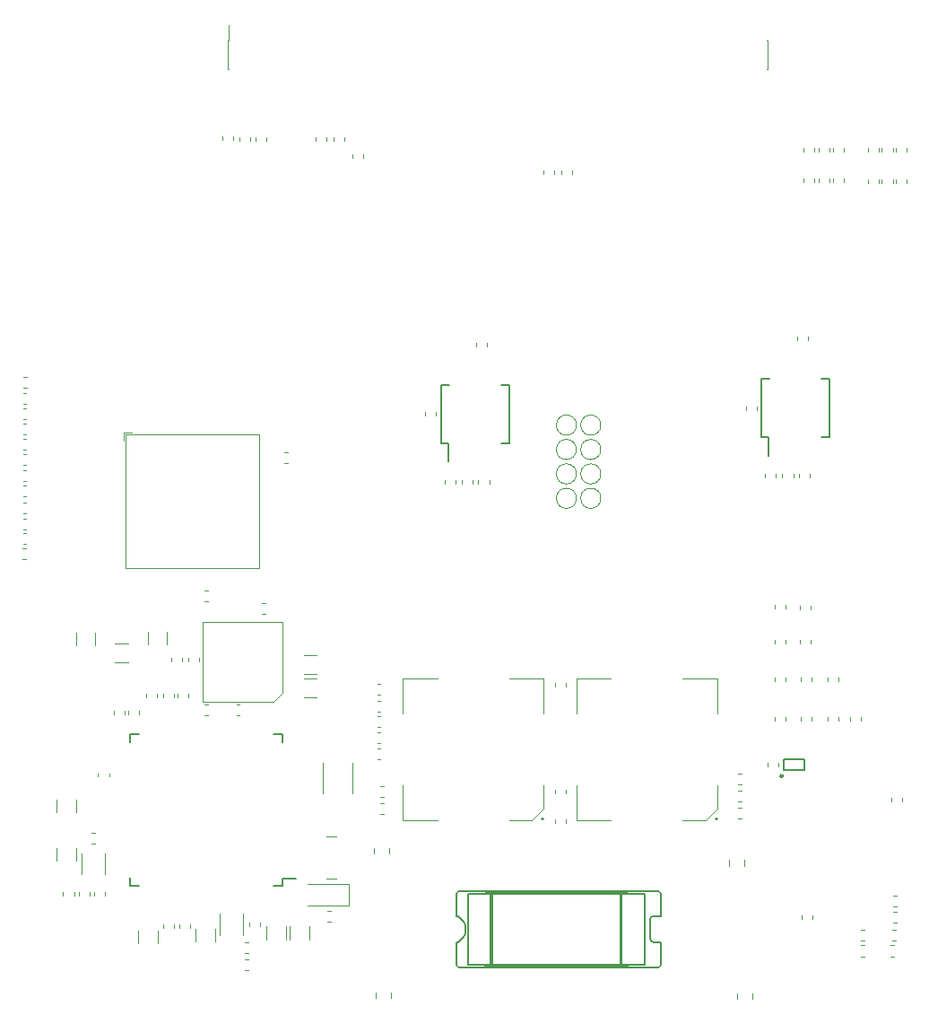
<source format=gbr>
G04 #@! TF.GenerationSoftware,KiCad,Pcbnew,5.0.2+dfsg1-1*
G04 #@! TF.CreationDate,2020-03-08T16:41:42+01:00*
G04 #@! TF.ProjectId,dlp_01,646c705f-3031-42e6-9b69-6361645f7063,rev?*
G04 #@! TF.SameCoordinates,Original*
G04 #@! TF.FileFunction,Legend,Top*
G04 #@! TF.FilePolarity,Positive*
%FSLAX46Y46*%
G04 Gerber Fmt 4.6, Leading zero omitted, Abs format (unit mm)*
G04 Created by KiCad (PCBNEW 5.0.2+dfsg1-1) date Sun 08 Mar 2020 16:41:42 CET*
%MOMM*%
%LPD*%
G01*
G04 APERTURE LIST*
%ADD10C,0.200000*%
%ADD11C,0.120000*%
%ADD12C,0.150000*%
%ADD13C,0.300000*%
G04 APERTURE END LIST*
D10*
G04 #@! TO.C,U7*
X160284400Y-137806400D02*
X148168400Y-137806400D01*
X160284400Y-144496400D02*
X148168400Y-144496400D01*
X160314400Y-137806400D02*
X160314400Y-144496400D01*
X160284400Y-144496400D02*
X160314400Y-144496400D01*
X148168400Y-137806400D02*
X148168400Y-144496400D01*
X164082200Y-137751400D02*
G75*
G02X163882200Y-137551400I0J200000D01*
G01*
X144832200Y-139901400D02*
X144973967Y-139901400D01*
X160414400Y-137806400D02*
X160414400Y-144496400D01*
X147511400Y-144496400D02*
X147511400Y-144571400D01*
X160314400Y-137806400D02*
X160284400Y-137806400D01*
X160971400Y-144571400D02*
X147511400Y-144571400D01*
X148068400Y-144496400D02*
X148068400Y-137806400D01*
X148068400Y-137806400D02*
X145932201Y-137806400D01*
X145932201Y-144496400D02*
X148068400Y-144496400D01*
X160284400Y-144496400D02*
X160284400Y-137806400D01*
X144973967Y-142401400D02*
X144832200Y-142401400D01*
X160971400Y-137806400D02*
X160971400Y-137731400D01*
X163882200Y-144751400D02*
G75*
G02X164082200Y-144551400I200000J0D01*
G01*
X164082200Y-139901400D02*
X164082200Y-137751400D01*
X162582199Y-137806400D02*
X160414400Y-137806400D01*
X163082200Y-140301400D02*
G75*
G02X163482200Y-139901400I400000J0D01*
G01*
X145515043Y-140442476D02*
G75*
G02X145632200Y-140725319I-282843J-282843D01*
G01*
X160971400Y-137731400D02*
X147511400Y-137731400D01*
X160414400Y-144496400D02*
X160314400Y-144496400D01*
X160971400Y-144571400D02*
X160971400Y-144496400D01*
X160414400Y-137806400D02*
X160314400Y-137806400D01*
X144832200Y-144551400D02*
X144832200Y-142401400D01*
X147511400Y-137806400D02*
X147511400Y-137731400D01*
X144973967Y-139901400D02*
X145515043Y-140442476D01*
X162582200Y-144496400D02*
X162582200Y-137806400D01*
X145932200Y-144496400D02*
X145932200Y-137806400D01*
X148168400Y-144496400D02*
X148068400Y-144496400D01*
X144832200Y-144551400D02*
G75*
G02X145032200Y-144751400I0J-200000D01*
G01*
X164082200Y-142401400D02*
X163482200Y-142401400D01*
X163882200Y-137551400D02*
X145032200Y-137551400D01*
X145032200Y-137551400D02*
G75*
G02X144832200Y-137751400I-200000J0D01*
G01*
X163082200Y-142001400D02*
X163082200Y-140301400D01*
X145632200Y-141577481D02*
G75*
G02X145515043Y-141860324I-400000J0D01*
G01*
X164082200Y-144551400D02*
X164082200Y-142401400D01*
X145515043Y-141860324D02*
X144973967Y-142401400D01*
X160414400Y-144496400D02*
X162582199Y-144496400D01*
X163882200Y-144751400D02*
X145032200Y-144751400D01*
X148168400Y-137806400D02*
X148068400Y-137806400D01*
X144832200Y-139901400D02*
X144832200Y-137751400D01*
X163482200Y-139901400D02*
X164082200Y-139901400D01*
X145632200Y-140725319D02*
X145632200Y-141577481D01*
X163482200Y-142401401D02*
G75*
G02X163082199Y-142001400I0J400001D01*
G01*
D11*
G04 #@! TO.C,R75*
X104215645Y-90570796D02*
X103890087Y-90570796D01*
X104215645Y-91590796D02*
X103890087Y-91590796D01*
G04 #@! TO.C,R76*
X104262779Y-89090000D02*
X103937221Y-89090000D01*
X104262779Y-90110000D02*
X103937221Y-90110000D01*
G04 #@! TO.C,R79*
X104215645Y-91990000D02*
X103890087Y-91990000D01*
X104215645Y-93010000D02*
X103890087Y-93010000D01*
G04 #@! TO.C,R83*
X104209913Y-102394652D02*
X103884355Y-102394652D01*
X104209913Y-103414652D02*
X103884355Y-103414652D01*
G04 #@! TO.C,R84*
X104209913Y-103794652D02*
X103884355Y-103794652D01*
X104209913Y-104814652D02*
X103884355Y-104814652D01*
G04 #@! TO.C,R85*
X104197413Y-105194652D02*
X103871855Y-105194652D01*
X104197413Y-106214652D02*
X103871855Y-106214652D01*
G04 #@! TO.C,R86*
X104215645Y-96370796D02*
X103890087Y-96370796D01*
X104215645Y-97390796D02*
X103890087Y-97390796D01*
G04 #@! TO.C,R87*
X104215645Y-94870796D02*
X103890087Y-94870796D01*
X104215645Y-95890796D02*
X103890087Y-95890796D01*
G04 #@! TO.C,R88*
X104215645Y-93470796D02*
X103890087Y-93470796D01*
X104215645Y-94490796D02*
X103890087Y-94490796D01*
G04 #@! TO.C,R90*
X104215645Y-99270796D02*
X103890087Y-99270796D01*
X104215645Y-100290796D02*
X103890087Y-100290796D01*
G04 #@! TO.C,R100*
X104215645Y-97870796D02*
X103890087Y-97870796D01*
X104215645Y-98890796D02*
X103890087Y-98890796D01*
G04 #@! TO.C,R101*
X104215645Y-100870796D02*
X103890087Y-100870796D01*
X104215645Y-101890796D02*
X103890087Y-101890796D01*
G04 #@! TO.C,R103*
X178610000Y-67762779D02*
X178610000Y-67437221D01*
X177590000Y-67762779D02*
X177590000Y-67437221D01*
G04 #@! TO.C,R104*
X180010000Y-67762779D02*
X180010000Y-67437221D01*
X178990000Y-67762779D02*
X178990000Y-67437221D01*
G04 #@! TO.C,R1*
X175910000Y-117762779D02*
X175910000Y-117437221D01*
X174890000Y-117762779D02*
X174890000Y-117437221D01*
G04 #@! TO.C,R2*
X178310000Y-117762779D02*
X178310000Y-117437221D01*
X177290000Y-117762779D02*
X177290000Y-117437221D01*
G04 #@! TO.C,R3*
X180910000Y-117762779D02*
X180910000Y-117437221D01*
X179890000Y-117762779D02*
X179890000Y-117437221D01*
G04 #@! TO.C,R4*
X137637221Y-128710000D02*
X137962779Y-128710000D01*
X137637221Y-127690000D02*
X137962779Y-127690000D01*
G04 #@! TO.C,R5*
X137662779Y-122590000D02*
X137337221Y-122590000D01*
X137662779Y-123610000D02*
X137337221Y-123610000D01*
G04 #@! TO.C,R6*
X137662779Y-121090000D02*
X137337221Y-121090000D01*
X137662779Y-122110000D02*
X137337221Y-122110000D01*
G04 #@! TO.C,R7*
X179890000Y-121137221D02*
X179890000Y-121462779D01*
X180910000Y-121137221D02*
X180910000Y-121462779D01*
G04 #@! TO.C,R8*
X177290000Y-121137221D02*
X177290000Y-121462779D01*
X178310000Y-121137221D02*
X178310000Y-121462779D01*
G04 #@! TO.C,R9*
X174890000Y-121137221D02*
X174890000Y-121462779D01*
X175910000Y-121137221D02*
X175910000Y-121462779D01*
G04 #@! TO.C,R13*
X137662779Y-124090000D02*
X137337221Y-124090000D01*
X137662779Y-125110000D02*
X137337221Y-125110000D01*
G04 #@! TO.C,R14*
X174960000Y-98562779D02*
X174960000Y-98237221D01*
X173940000Y-98562779D02*
X173940000Y-98237221D01*
G04 #@! TO.C,R15*
X178010000Y-85562779D02*
X178010000Y-85237221D01*
X176990000Y-85562779D02*
X176990000Y-85237221D01*
G04 #@! TO.C,R17*
X175910000Y-110862779D02*
X175910000Y-110537221D01*
X174890000Y-110862779D02*
X174890000Y-110537221D01*
G04 #@! TO.C,R18*
X177240000Y-110637221D02*
X177240000Y-110962779D01*
X178260000Y-110637221D02*
X178260000Y-110962779D01*
G04 #@! TO.C,R20*
X176610000Y-98562779D02*
X176610000Y-98237221D01*
X175590000Y-98562779D02*
X175590000Y-98237221D01*
G04 #@! TO.C,R21*
X178260000Y-114162779D02*
X178260000Y-113837221D01*
X177240000Y-114162779D02*
X177240000Y-113837221D01*
G04 #@! TO.C,R22*
X178210000Y-98562779D02*
X178210000Y-98237221D01*
X177190000Y-98562779D02*
X177190000Y-98237221D01*
G04 #@! TO.C,R23*
X171437221Y-129110000D02*
X171762779Y-129110000D01*
X171437221Y-128090000D02*
X171762779Y-128090000D01*
G04 #@! TO.C,R24*
X175910000Y-114162779D02*
X175910000Y-113837221D01*
X174890000Y-114162779D02*
X174890000Y-113837221D01*
G04 #@! TO.C,R25*
X171437221Y-127510000D02*
X171762779Y-127510000D01*
X171437221Y-126490000D02*
X171762779Y-126490000D01*
G04 #@! TO.C,R26*
X154090000Y-130837221D02*
X154090000Y-131162779D01*
X155110000Y-130837221D02*
X155110000Y-131162779D01*
G04 #@! TO.C,R27*
X171437221Y-130710000D02*
X171762779Y-130710000D01*
X171437221Y-129690000D02*
X171762779Y-129690000D01*
G04 #@! TO.C,R28*
X186010000Y-70762779D02*
X186010000Y-70437221D01*
X184990000Y-70762779D02*
X184990000Y-70437221D01*
G04 #@! TO.C,R29*
X177590000Y-70337221D02*
X177590000Y-70662779D01*
X178610000Y-70337221D02*
X178610000Y-70662779D01*
G04 #@! TO.C,R30*
X155110000Y-128362779D02*
X155110000Y-128037221D01*
X154090000Y-128362779D02*
X154090000Y-128037221D01*
G04 #@! TO.C,R31*
X154090000Y-117937221D02*
X154090000Y-118262779D01*
X155110000Y-117937221D02*
X155110000Y-118262779D01*
G04 #@! TO.C,R32*
X137337221Y-119010000D02*
X137662779Y-119010000D01*
X137337221Y-117990000D02*
X137662779Y-117990000D01*
G04 #@! TO.C,R33*
X144710000Y-99112779D02*
X144710000Y-98787221D01*
X143690000Y-99112779D02*
X143690000Y-98787221D01*
G04 #@! TO.C,R34*
X147710000Y-86162779D02*
X147710000Y-85837221D01*
X146690000Y-86162779D02*
X146690000Y-85837221D01*
G04 #@! TO.C,R35*
X184710000Y-70762779D02*
X184710000Y-70437221D01*
X183690000Y-70762779D02*
X183690000Y-70437221D01*
G04 #@! TO.C,R36*
X180390000Y-70337221D02*
X180390000Y-70662779D01*
X181410000Y-70337221D02*
X181410000Y-70662779D01*
G04 #@! TO.C,R38*
X146310000Y-99112779D02*
X146310000Y-98787221D01*
X145290000Y-99112779D02*
X145290000Y-98787221D01*
G04 #@! TO.C,R40*
X147910000Y-99112779D02*
X147910000Y-98787221D01*
X146890000Y-99112779D02*
X146890000Y-98787221D01*
G04 #@! TO.C,R45*
X137962779Y-129290000D02*
X137637221Y-129290000D01*
X137962779Y-130310000D02*
X137637221Y-130310000D01*
G04 #@! TO.C,R46*
X187310000Y-70762779D02*
X187310000Y-70437221D01*
X186290000Y-70762779D02*
X186290000Y-70437221D01*
G04 #@! TO.C,R47*
X178990000Y-70337221D02*
X178990000Y-70662779D01*
X180010000Y-70337221D02*
X180010000Y-70662779D01*
G04 #@! TO.C,R48*
X183010000Y-121462779D02*
X183010000Y-121137221D01*
X181990000Y-121462779D02*
X181990000Y-121137221D01*
G04 #@! TO.C,R49*
X136010000Y-68375279D02*
X136010000Y-68049721D01*
X134990000Y-68375279D02*
X134990000Y-68049721D01*
G04 #@! TO.C,R50*
X137662779Y-119590000D02*
X137337221Y-119590000D01*
X137662779Y-120610000D02*
X137337221Y-120610000D01*
G04 #@! TO.C,R55*
X110662779Y-132090000D02*
X110337221Y-132090000D01*
X110662779Y-133110000D02*
X110337221Y-133110000D01*
G04 #@! TO.C,R57*
X110990000Y-126437221D02*
X110990000Y-126762779D01*
X112010000Y-126437221D02*
X112010000Y-126762779D01*
G04 #@! TO.C,R59*
X117090000Y-140737221D02*
X117090000Y-141062779D01*
X118110000Y-140737221D02*
X118110000Y-141062779D01*
G04 #@! TO.C,R60*
X125162779Y-143990000D02*
X124837221Y-143990000D01*
X125162779Y-145010000D02*
X124837221Y-145010000D01*
G04 #@! TO.C,R61*
X108710000Y-137962779D02*
X108710000Y-137637221D01*
X107690000Y-137962779D02*
X107690000Y-137637221D01*
G04 #@! TO.C,R62*
X118690000Y-140687221D02*
X118690000Y-141012779D01*
X119710000Y-140687221D02*
X119710000Y-141012779D01*
G04 #@! TO.C,R63*
X115490000Y-118937221D02*
X115490000Y-119262779D01*
X116510000Y-118937221D02*
X116510000Y-119262779D01*
G04 #@! TO.C,R64*
X134960000Y-128302064D02*
X134960000Y-125497936D01*
X132240000Y-128302064D02*
X132240000Y-125497936D01*
G04 #@! TO.C,R65*
X118910000Y-115862779D02*
X118910000Y-115537221D01*
X117890000Y-115862779D02*
X117890000Y-115537221D01*
G04 #@! TO.C,R66*
X186087221Y-139010000D02*
X186412779Y-139010000D01*
X186087221Y-137990000D02*
X186412779Y-137990000D01*
G04 #@! TO.C,R67*
X183362779Y-141190000D02*
X183037221Y-141190000D01*
X183362779Y-142210000D02*
X183037221Y-142210000D01*
G04 #@! TO.C,R68*
X153040000Y-69587221D02*
X153040000Y-69912779D01*
X154060000Y-69587221D02*
X154060000Y-69912779D01*
G04 #@! TO.C,R69*
X133190000Y-66437221D02*
X133190000Y-66762779D01*
X134210000Y-66437221D02*
X134210000Y-66762779D01*
G04 #@! TO.C,R72*
X154740000Y-69587221D02*
X154740000Y-69912779D01*
X155760000Y-69587221D02*
X155760000Y-69912779D01*
G04 #@! TO.C,R73*
X131490000Y-66437221D02*
X131490000Y-66762779D01*
X132510000Y-66437221D02*
X132510000Y-66762779D01*
G04 #@! TO.C,R80*
X126487221Y-111390000D02*
X126812779Y-111390000D01*
X126487221Y-110370000D02*
X126812779Y-110370000D01*
G04 #@! TO.C,R81*
X114810000Y-120862779D02*
X114810000Y-120537221D01*
X113790000Y-120862779D02*
X113790000Y-120537221D01*
G04 #@! TO.C,R82*
X113510000Y-120862779D02*
X113510000Y-120537221D01*
X112490000Y-120862779D02*
X112490000Y-120537221D01*
G04 #@! TO.C,R89*
X121362779Y-109240000D02*
X121037221Y-109240000D01*
X121362779Y-110260000D02*
X121037221Y-110260000D01*
G04 #@! TO.C,R91*
X113802064Y-114190000D02*
X112597936Y-114190000D01*
X113802064Y-116010000D02*
X112597936Y-116010000D01*
G04 #@! TO.C,R97*
X128537221Y-97210000D02*
X128862779Y-97210000D01*
X128537221Y-96190000D02*
X128862779Y-96190000D01*
G04 #@! TO.C,R98*
X186362779Y-139490000D02*
X186037221Y-139490000D01*
X186362779Y-140510000D02*
X186037221Y-140510000D01*
G04 #@! TO.C,R99*
X185837221Y-143710000D02*
X186162779Y-143710000D01*
X185837221Y-142690000D02*
X186162779Y-142690000D01*
G04 #@! TO.C,C49*
X107090000Y-128897936D02*
X107090000Y-130102064D01*
X108910000Y-128897936D02*
X108910000Y-130102064D01*
G04 #@! TO.C,C51*
X108910000Y-134702064D02*
X108910000Y-133497936D01*
X107090000Y-134702064D02*
X107090000Y-133497936D01*
G04 #@! TO.C,C52*
X130910000Y-142102064D02*
X130910000Y-140897936D01*
X129090000Y-142102064D02*
X129090000Y-140897936D01*
G04 #@! TO.C,C55*
X128710000Y-142102064D02*
X128710000Y-140897936D01*
X126890000Y-142102064D02*
X126890000Y-140897936D01*
G04 #@! TO.C,C58*
X132962779Y-139390000D02*
X132637221Y-139390000D01*
X132962779Y-140410000D02*
X132637221Y-140410000D01*
G04 #@! TO.C,C63*
X118490000Y-118937221D02*
X118490000Y-119262779D01*
X119510000Y-118937221D02*
X119510000Y-119262779D01*
G04 #@! TO.C,C68*
X125162779Y-142390000D02*
X124837221Y-142390000D01*
X125162779Y-143410000D02*
X124837221Y-143410000D01*
G04 #@! TO.C,C69*
X110210000Y-138012779D02*
X110210000Y-137687221D01*
X109190000Y-138012779D02*
X109190000Y-137687221D01*
G04 #@! TO.C,C70*
X117090000Y-118937221D02*
X117090000Y-119262779D01*
X118110000Y-118937221D02*
X118110000Y-119262779D01*
G04 #@! TO.C,C72*
X122010000Y-142302064D02*
X122010000Y-141097936D01*
X120190000Y-142302064D02*
X120190000Y-141097936D01*
G04 #@! TO.C,C74*
X126310000Y-140862779D02*
X126310000Y-140537221D01*
X125290000Y-140862779D02*
X125290000Y-140537221D01*
G04 #@! TO.C,C75*
X110590000Y-137687221D02*
X110590000Y-138012779D01*
X111610000Y-137687221D02*
X111610000Y-138012779D01*
G04 #@! TO.C,C78*
X121362779Y-119990000D02*
X121037221Y-119990000D01*
X121362779Y-121010000D02*
X121037221Y-121010000D01*
G04 #@! TO.C,C79*
X124037221Y-121010000D02*
X124362779Y-121010000D01*
X124037221Y-119990000D02*
X124362779Y-119990000D01*
G04 #@! TO.C,C81*
X116610000Y-142502064D02*
X116610000Y-141297936D01*
X114790000Y-142502064D02*
X114790000Y-141297936D01*
G04 #@! TO.C,C82*
X119490000Y-115537221D02*
X119490000Y-115862779D01*
X120510000Y-115537221D02*
X120510000Y-115862779D01*
G04 #@! TO.C,C85*
X131602064Y-117490000D02*
X130397936Y-117490000D01*
X131602064Y-119310000D02*
X130397936Y-119310000D01*
G04 #@! TO.C,C88*
X131602064Y-115290000D02*
X130397936Y-115290000D01*
X131602064Y-117110000D02*
X130397936Y-117110000D01*
G04 #@! TO.C,C89*
X138450000Y-134028578D02*
X138450000Y-133511422D01*
X137030000Y-134028578D02*
X137030000Y-133511422D01*
G04 #@! TO.C,C90*
X171310000Y-147221422D02*
X171310000Y-147738578D01*
X172730000Y-147221422D02*
X172730000Y-147738578D01*
G04 #@! TO.C,C91*
X172010000Y-135158578D02*
X172010000Y-134641422D01*
X170590000Y-135158578D02*
X170590000Y-134641422D01*
G04 #@! TO.C,C92*
X137190000Y-147141422D02*
X137190000Y-147658578D01*
X138610000Y-147141422D02*
X138610000Y-147658578D01*
G04 #@! TO.C,C93*
X110710000Y-114402064D02*
X110710000Y-113197936D01*
X108890000Y-114402064D02*
X108890000Y-113197936D01*
G04 #@! TO.C,C94*
X117510000Y-114302064D02*
X117510000Y-113097936D01*
X115690000Y-114302064D02*
X115690000Y-113097936D01*
G04 #@! TO.C,C95*
X186910000Y-129062779D02*
X186910000Y-128737221D01*
X185890000Y-129062779D02*
X185890000Y-128737221D01*
G04 #@! TO.C,C96*
X183362779Y-142690000D02*
X183037221Y-142690000D01*
X183362779Y-143710000D02*
X183037221Y-143710000D01*
G04 #@! TO.C,C97*
X174190000Y-125437221D02*
X174190000Y-125762779D01*
X175210000Y-125437221D02*
X175210000Y-125762779D01*
G04 #@! TO.C,C98*
X178410000Y-140162779D02*
X178410000Y-139837221D01*
X177390000Y-140162779D02*
X177390000Y-139837221D01*
G04 #@! TO.C,C99*
X172140000Y-91837221D02*
X172140000Y-92162779D01*
X173160000Y-91837221D02*
X173160000Y-92162779D01*
G04 #@! TO.C,C100*
X141890000Y-92387221D02*
X141890000Y-92712779D01*
X142910000Y-92387221D02*
X142910000Y-92712779D01*
G04 #@! TO.C,TH1*
X185987221Y-142210000D02*
X186312779Y-142210000D01*
X185987221Y-141190000D02*
X186312779Y-141190000D01*
G04 #@! TO.C,L1*
X122500000Y-139700000D02*
X122500000Y-141700000D01*
X124700000Y-139700000D02*
X124700000Y-141700000D01*
G04 #@! TO.C,L2*
X109400000Y-134000000D02*
X109400000Y-136000000D01*
X111600000Y-134000000D02*
X111600000Y-136000000D01*
G04 #@! TO.C,TP2*
X158450000Y-100500000D02*
G75*
G03X158450000Y-100500000I-950000J0D01*
G01*
G04 #@! TO.C,TP3*
X158450000Y-98200000D02*
G75*
G03X158450000Y-98200000I-950000J0D01*
G01*
G04 #@! TO.C,TP4*
X156150000Y-100500000D02*
G75*
G03X156150000Y-100500000I-950000J0D01*
G01*
G04 #@! TO.C,TP5*
X156150000Y-98200000D02*
G75*
G03X156150000Y-98200000I-950000J0D01*
G01*
G04 #@! TO.C,TP6*
X156150000Y-95900000D02*
G75*
G03X156150000Y-95900000I-950000J0D01*
G01*
G04 #@! TO.C,TP7*
X158450000Y-95900000D02*
G75*
G03X158450000Y-95900000I-950000J0D01*
G01*
G04 #@! TO.C,TP8*
X158450000Y-93600000D02*
G75*
G03X158450000Y-93600000I-950000J0D01*
G01*
G04 #@! TO.C,TP9*
X156150000Y-93600000D02*
G75*
G03X156150000Y-93600000I-950000J0D01*
G01*
G04 #@! TO.C,D1*
X134650000Y-138900000D02*
X130750000Y-138900000D01*
X134650000Y-136900000D02*
X130750000Y-136900000D01*
X134650000Y-138900000D02*
X134650000Y-136900000D01*
G04 #@! TO.C,L3*
X133490000Y-132390000D02*
X132510000Y-132390000D01*
X133490000Y-136410000D02*
X132510000Y-136410000D01*
D12*
G04 #@! TO.C,U4*
X174300000Y-94750000D02*
X174300000Y-96500000D01*
X180055000Y-94750000D02*
X180055000Y-89250000D01*
X173645000Y-94750000D02*
X173645000Y-89250000D01*
X180055000Y-94750000D02*
X179305000Y-94750000D01*
X180055000Y-89250000D02*
X179305000Y-89250000D01*
X173645000Y-89250000D02*
X174395000Y-89250000D01*
X173645000Y-94750000D02*
X174300000Y-94750000D01*
G04 #@! TO.C,U5*
X144050000Y-95300000D02*
X144050000Y-97050000D01*
X149805000Y-95300000D02*
X149805000Y-89800000D01*
X143395000Y-95300000D02*
X143395000Y-89800000D01*
X149805000Y-95300000D02*
X149055000Y-95300000D01*
X149805000Y-89800000D02*
X149055000Y-89800000D01*
X143395000Y-89800000D02*
X144145000Y-89800000D01*
X143395000Y-95300000D02*
X144050000Y-95300000D01*
D11*
G04 #@! TO.C,L4*
X128350000Y-112190000D02*
X128350000Y-118890000D01*
X120850000Y-112190000D02*
X128350000Y-112190000D01*
X120850000Y-119690000D02*
X120850000Y-112190000D01*
X127550000Y-119690000D02*
X120850000Y-119690000D01*
X128350000Y-118890000D02*
X127550000Y-119690000D01*
D10*
G04 #@! TO.C,U1*
X169450000Y-130750000D02*
G75*
G03X169450000Y-130750000I-100000J0D01*
G01*
D11*
X169470000Y-129750000D02*
X169470000Y-127595000D01*
X168350000Y-130870000D02*
X169470000Y-129750000D01*
X166195000Y-130870000D02*
X168350000Y-130870000D01*
X169470000Y-117530000D02*
X169470000Y-120805000D01*
X166195000Y-117530000D02*
X169470000Y-117530000D01*
X156130000Y-130870000D02*
X156130000Y-127595000D01*
X159405000Y-130870000D02*
X156130000Y-130870000D01*
X156130000Y-117530000D02*
X156130000Y-120805000D01*
X159405000Y-117530000D02*
X156130000Y-117530000D01*
X156130000Y-130870000D02*
X156130000Y-127595000D01*
X159405000Y-130870000D02*
X156130000Y-130870000D01*
X156130000Y-130870000D02*
X156130000Y-127595000D01*
X159405000Y-130870000D02*
X156130000Y-130870000D01*
D10*
G04 #@! TO.C,U2*
X153050000Y-130750000D02*
G75*
G03X153050000Y-130750000I-100000J0D01*
G01*
D11*
X153070000Y-129750000D02*
X153070000Y-127595000D01*
X151950000Y-130870000D02*
X153070000Y-129750000D01*
X149795000Y-130870000D02*
X151950000Y-130870000D01*
X153070000Y-117530000D02*
X153070000Y-120805000D01*
X149795000Y-117530000D02*
X153070000Y-117530000D01*
X139730000Y-130870000D02*
X139730000Y-127595000D01*
X143005000Y-130870000D02*
X139730000Y-130870000D01*
X139730000Y-117530000D02*
X139730000Y-120805000D01*
X143005000Y-117530000D02*
X139730000Y-117530000D01*
X139730000Y-130870000D02*
X139730000Y-127595000D01*
X143005000Y-130870000D02*
X139730000Y-130870000D01*
X139730000Y-130870000D02*
X139730000Y-127595000D01*
X143005000Y-130870000D02*
X139730000Y-130870000D01*
D12*
G04 #@! TO.C,U9*
X177700000Y-125100000D02*
X175700000Y-125100000D01*
X177700000Y-126100000D02*
X177700000Y-125100000D01*
X175700000Y-126100000D02*
X177700000Y-126100000D01*
X175700000Y-125100000D02*
X175700000Y-126100000D01*
D13*
X175570711Y-126700000D02*
G75*
G03X175570711Y-126700000I-70711J0D01*
G01*
D12*
G04 #@! TO.C,U6*
X128375000Y-136375000D02*
X129650000Y-136375000D01*
X114025000Y-137075000D02*
X114825000Y-137075000D01*
X114025000Y-122725000D02*
X114825000Y-122725000D01*
X128375000Y-122725000D02*
X127575000Y-122725000D01*
X128375000Y-137075000D02*
X127575000Y-137075000D01*
X128375000Y-122725000D02*
X128375000Y-123525000D01*
X114025000Y-122725000D02*
X114025000Y-123525000D01*
X114025000Y-137075000D02*
X114025000Y-136275000D01*
X128375000Y-137075000D02*
X128375000Y-136375000D01*
D11*
G04 #@! TO.C,U8*
X114200000Y-94300000D02*
X113400000Y-94300000D01*
X113400000Y-94300000D02*
X113400000Y-95100000D01*
X126200000Y-94500000D02*
X126200000Y-107100000D01*
X126200000Y-107100000D02*
X113600000Y-107100000D01*
X113600000Y-107100000D02*
X113600000Y-94500000D01*
X113600000Y-94500000D02*
X126200000Y-94500000D01*
G04 #@! TO.C,R109*
X125890000Y-66437221D02*
X125890000Y-66762779D01*
X126910000Y-66437221D02*
X126910000Y-66762779D01*
G04 #@! TO.C,R110*
X124290000Y-66437221D02*
X124290000Y-66762779D01*
X125310000Y-66437221D02*
X125310000Y-66762779D01*
G04 #@! TO.C,R111*
X123710000Y-66337221D02*
X123710000Y-66662779D01*
X122690000Y-66337221D02*
X122690000Y-66662779D01*
G04 #@! TO.C,J10*
X123240000Y-59990000D02*
X123240000Y-57330000D01*
X123240000Y-57330000D02*
X123300000Y-57330000D01*
X174100000Y-57330000D02*
X174160000Y-57330000D01*
X174160000Y-59990000D02*
X174160000Y-57330000D01*
X123240000Y-59990000D02*
X123300000Y-59990000D01*
X174100000Y-59990000D02*
X174160000Y-59990000D01*
X123300000Y-57330000D02*
X123300000Y-55870000D01*
G04 #@! TO.C,R112*
X181410000Y-67762779D02*
X181410000Y-67437221D01*
X180390000Y-67762779D02*
X180390000Y-67437221D01*
G04 #@! TO.C,R113*
X186010000Y-67762779D02*
X186010000Y-67437221D01*
X184990000Y-67762779D02*
X184990000Y-67437221D01*
G04 #@! TO.C,R114*
X186290000Y-67762779D02*
X186290000Y-67437221D01*
X187310000Y-67762779D02*
X187310000Y-67437221D01*
G04 #@! TO.C,R115*
X183690000Y-67762779D02*
X183690000Y-67437221D01*
X184710000Y-67762779D02*
X184710000Y-67437221D01*
G04 #@! TD*
M02*

</source>
